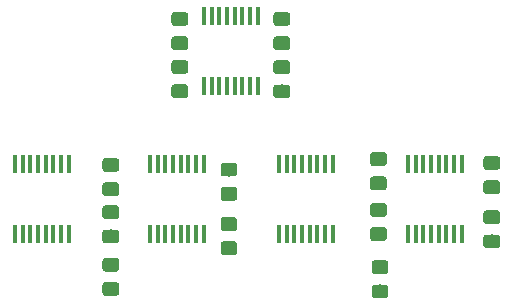
<source format=gbr>
G04 #@! TF.GenerationSoftware,KiCad,Pcbnew,5.0.2-bee76a0~70~ubuntu18.04.1*
G04 #@! TF.CreationDate,2019-02-21T21:15:02-07:00*
G04 #@! TF.ProjectId,adc,6164632e-6b69-4636-9164-5f7063625858,rev?*
G04 #@! TF.SameCoordinates,Original*
G04 #@! TF.FileFunction,Paste,Bot*
G04 #@! TF.FilePolarity,Positive*
%FSLAX46Y46*%
G04 Gerber Fmt 4.6, Leading zero omitted, Abs format (unit mm)*
G04 Created by KiCad (PCBNEW 5.0.2-bee76a0~70~ubuntu18.04.1) date Thu 21 Feb 2019 09:15:02 PM MST*
%MOMM*%
%LPD*%
G01*
G04 APERTURE LIST*
%ADD10C,0.100000*%
%ADD11C,1.150000*%
%ADD12R,0.450000X1.500000*%
G04 APERTURE END LIST*
D10*
G04 #@! TO.C,R1*
G36*
X261332505Y-110406204D02*
X261356773Y-110409804D01*
X261380572Y-110415765D01*
X261403671Y-110424030D01*
X261425850Y-110434520D01*
X261446893Y-110447132D01*
X261466599Y-110461747D01*
X261484777Y-110478223D01*
X261501253Y-110496401D01*
X261515868Y-110516107D01*
X261528480Y-110537150D01*
X261538970Y-110559329D01*
X261547235Y-110582428D01*
X261553196Y-110606227D01*
X261556796Y-110630495D01*
X261558000Y-110654999D01*
X261558000Y-111305001D01*
X261556796Y-111329505D01*
X261553196Y-111353773D01*
X261547235Y-111377572D01*
X261538970Y-111400671D01*
X261528480Y-111422850D01*
X261515868Y-111443893D01*
X261501253Y-111463599D01*
X261484777Y-111481777D01*
X261466599Y-111498253D01*
X261446893Y-111512868D01*
X261425850Y-111525480D01*
X261403671Y-111535970D01*
X261380572Y-111544235D01*
X261356773Y-111550196D01*
X261332505Y-111553796D01*
X261308001Y-111555000D01*
X260407999Y-111555000D01*
X260383495Y-111553796D01*
X260359227Y-111550196D01*
X260335428Y-111544235D01*
X260312329Y-111535970D01*
X260290150Y-111525480D01*
X260269107Y-111512868D01*
X260249401Y-111498253D01*
X260231223Y-111481777D01*
X260214747Y-111463599D01*
X260200132Y-111443893D01*
X260187520Y-111422850D01*
X260177030Y-111400671D01*
X260168765Y-111377572D01*
X260162804Y-111353773D01*
X260159204Y-111329505D01*
X260158000Y-111305001D01*
X260158000Y-110654999D01*
X260159204Y-110630495D01*
X260162804Y-110606227D01*
X260168765Y-110582428D01*
X260177030Y-110559329D01*
X260187520Y-110537150D01*
X260200132Y-110516107D01*
X260214747Y-110496401D01*
X260231223Y-110478223D01*
X260249401Y-110461747D01*
X260269107Y-110447132D01*
X260290150Y-110434520D01*
X260312329Y-110424030D01*
X260335428Y-110415765D01*
X260359227Y-110409804D01*
X260383495Y-110406204D01*
X260407999Y-110405000D01*
X261308001Y-110405000D01*
X261332505Y-110406204D01*
X261332505Y-110406204D01*
G37*
D11*
X260858000Y-110980000D03*
D10*
G36*
X261332505Y-112456204D02*
X261356773Y-112459804D01*
X261380572Y-112465765D01*
X261403671Y-112474030D01*
X261425850Y-112484520D01*
X261446893Y-112497132D01*
X261466599Y-112511747D01*
X261484777Y-112528223D01*
X261501253Y-112546401D01*
X261515868Y-112566107D01*
X261528480Y-112587150D01*
X261538970Y-112609329D01*
X261547235Y-112632428D01*
X261553196Y-112656227D01*
X261556796Y-112680495D01*
X261558000Y-112704999D01*
X261558000Y-113355001D01*
X261556796Y-113379505D01*
X261553196Y-113403773D01*
X261547235Y-113427572D01*
X261538970Y-113450671D01*
X261528480Y-113472850D01*
X261515868Y-113493893D01*
X261501253Y-113513599D01*
X261484777Y-113531777D01*
X261466599Y-113548253D01*
X261446893Y-113562868D01*
X261425850Y-113575480D01*
X261403671Y-113585970D01*
X261380572Y-113594235D01*
X261356773Y-113600196D01*
X261332505Y-113603796D01*
X261308001Y-113605000D01*
X260407999Y-113605000D01*
X260383495Y-113603796D01*
X260359227Y-113600196D01*
X260335428Y-113594235D01*
X260312329Y-113585970D01*
X260290150Y-113575480D01*
X260269107Y-113562868D01*
X260249401Y-113548253D01*
X260231223Y-113531777D01*
X260214747Y-113513599D01*
X260200132Y-113493893D01*
X260187520Y-113472850D01*
X260177030Y-113450671D01*
X260168765Y-113427572D01*
X260162804Y-113403773D01*
X260159204Y-113379505D01*
X260158000Y-113355001D01*
X260158000Y-112704999D01*
X260159204Y-112680495D01*
X260162804Y-112656227D01*
X260168765Y-112632428D01*
X260177030Y-112609329D01*
X260187520Y-112587150D01*
X260200132Y-112566107D01*
X260214747Y-112546401D01*
X260231223Y-112528223D01*
X260249401Y-112511747D01*
X260269107Y-112497132D01*
X260290150Y-112484520D01*
X260312329Y-112474030D01*
X260335428Y-112465765D01*
X260359227Y-112459804D01*
X260383495Y-112456204D01*
X260407999Y-112455000D01*
X261308001Y-112455000D01*
X261332505Y-112456204D01*
X261332505Y-112456204D01*
G37*
D11*
X260858000Y-113030000D03*
G04 #@! TD*
D10*
G04 #@! TO.C,R2*
G36*
X261332505Y-114996204D02*
X261356773Y-114999804D01*
X261380572Y-115005765D01*
X261403671Y-115014030D01*
X261425850Y-115024520D01*
X261446893Y-115037132D01*
X261466599Y-115051747D01*
X261484777Y-115068223D01*
X261501253Y-115086401D01*
X261515868Y-115106107D01*
X261528480Y-115127150D01*
X261538970Y-115149329D01*
X261547235Y-115172428D01*
X261553196Y-115196227D01*
X261556796Y-115220495D01*
X261558000Y-115244999D01*
X261558000Y-115895001D01*
X261556796Y-115919505D01*
X261553196Y-115943773D01*
X261547235Y-115967572D01*
X261538970Y-115990671D01*
X261528480Y-116012850D01*
X261515868Y-116033893D01*
X261501253Y-116053599D01*
X261484777Y-116071777D01*
X261466599Y-116088253D01*
X261446893Y-116102868D01*
X261425850Y-116115480D01*
X261403671Y-116125970D01*
X261380572Y-116134235D01*
X261356773Y-116140196D01*
X261332505Y-116143796D01*
X261308001Y-116145000D01*
X260407999Y-116145000D01*
X260383495Y-116143796D01*
X260359227Y-116140196D01*
X260335428Y-116134235D01*
X260312329Y-116125970D01*
X260290150Y-116115480D01*
X260269107Y-116102868D01*
X260249401Y-116088253D01*
X260231223Y-116071777D01*
X260214747Y-116053599D01*
X260200132Y-116033893D01*
X260187520Y-116012850D01*
X260177030Y-115990671D01*
X260168765Y-115967572D01*
X260162804Y-115943773D01*
X260159204Y-115919505D01*
X260158000Y-115895001D01*
X260158000Y-115244999D01*
X260159204Y-115220495D01*
X260162804Y-115196227D01*
X260168765Y-115172428D01*
X260177030Y-115149329D01*
X260187520Y-115127150D01*
X260200132Y-115106107D01*
X260214747Y-115086401D01*
X260231223Y-115068223D01*
X260249401Y-115051747D01*
X260269107Y-115037132D01*
X260290150Y-115024520D01*
X260312329Y-115014030D01*
X260335428Y-115005765D01*
X260359227Y-114999804D01*
X260383495Y-114996204D01*
X260407999Y-114995000D01*
X261308001Y-114995000D01*
X261332505Y-114996204D01*
X261332505Y-114996204D01*
G37*
D11*
X260858000Y-115570000D03*
D10*
G36*
X261332505Y-117046204D02*
X261356773Y-117049804D01*
X261380572Y-117055765D01*
X261403671Y-117064030D01*
X261425850Y-117074520D01*
X261446893Y-117087132D01*
X261466599Y-117101747D01*
X261484777Y-117118223D01*
X261501253Y-117136401D01*
X261515868Y-117156107D01*
X261528480Y-117177150D01*
X261538970Y-117199329D01*
X261547235Y-117222428D01*
X261553196Y-117246227D01*
X261556796Y-117270495D01*
X261558000Y-117294999D01*
X261558000Y-117945001D01*
X261556796Y-117969505D01*
X261553196Y-117993773D01*
X261547235Y-118017572D01*
X261538970Y-118040671D01*
X261528480Y-118062850D01*
X261515868Y-118083893D01*
X261501253Y-118103599D01*
X261484777Y-118121777D01*
X261466599Y-118138253D01*
X261446893Y-118152868D01*
X261425850Y-118165480D01*
X261403671Y-118175970D01*
X261380572Y-118184235D01*
X261356773Y-118190196D01*
X261332505Y-118193796D01*
X261308001Y-118195000D01*
X260407999Y-118195000D01*
X260383495Y-118193796D01*
X260359227Y-118190196D01*
X260335428Y-118184235D01*
X260312329Y-118175970D01*
X260290150Y-118165480D01*
X260269107Y-118152868D01*
X260249401Y-118138253D01*
X260231223Y-118121777D01*
X260214747Y-118103599D01*
X260200132Y-118083893D01*
X260187520Y-118062850D01*
X260177030Y-118040671D01*
X260168765Y-118017572D01*
X260162804Y-117993773D01*
X260159204Y-117969505D01*
X260158000Y-117945001D01*
X260158000Y-117294999D01*
X260159204Y-117270495D01*
X260162804Y-117246227D01*
X260168765Y-117222428D01*
X260177030Y-117199329D01*
X260187520Y-117177150D01*
X260200132Y-117156107D01*
X260214747Y-117136401D01*
X260231223Y-117118223D01*
X260249401Y-117101747D01*
X260269107Y-117087132D01*
X260290150Y-117074520D01*
X260312329Y-117064030D01*
X260335428Y-117055765D01*
X260359227Y-117049804D01*
X260383495Y-117046204D01*
X260407999Y-117045000D01*
X261308001Y-117045000D01*
X261332505Y-117046204D01*
X261332505Y-117046204D01*
G37*
D11*
X260858000Y-117620000D03*
G04 #@! TD*
D10*
G04 #@! TO.C,R3*
G36*
X251738505Y-112128204D02*
X251762773Y-112131804D01*
X251786572Y-112137765D01*
X251809671Y-112146030D01*
X251831850Y-112156520D01*
X251852893Y-112169132D01*
X251872599Y-112183747D01*
X251890777Y-112200223D01*
X251907253Y-112218401D01*
X251921868Y-112238107D01*
X251934480Y-112259150D01*
X251944970Y-112281329D01*
X251953235Y-112304428D01*
X251959196Y-112328227D01*
X251962796Y-112352495D01*
X251964000Y-112376999D01*
X251964000Y-113027001D01*
X251962796Y-113051505D01*
X251959196Y-113075773D01*
X251953235Y-113099572D01*
X251944970Y-113122671D01*
X251934480Y-113144850D01*
X251921868Y-113165893D01*
X251907253Y-113185599D01*
X251890777Y-113203777D01*
X251872599Y-113220253D01*
X251852893Y-113234868D01*
X251831850Y-113247480D01*
X251809671Y-113257970D01*
X251786572Y-113266235D01*
X251762773Y-113272196D01*
X251738505Y-113275796D01*
X251714001Y-113277000D01*
X250813999Y-113277000D01*
X250789495Y-113275796D01*
X250765227Y-113272196D01*
X250741428Y-113266235D01*
X250718329Y-113257970D01*
X250696150Y-113247480D01*
X250675107Y-113234868D01*
X250655401Y-113220253D01*
X250637223Y-113203777D01*
X250620747Y-113185599D01*
X250606132Y-113165893D01*
X250593520Y-113144850D01*
X250583030Y-113122671D01*
X250574765Y-113099572D01*
X250568804Y-113075773D01*
X250565204Y-113051505D01*
X250564000Y-113027001D01*
X250564000Y-112376999D01*
X250565204Y-112352495D01*
X250568804Y-112328227D01*
X250574765Y-112304428D01*
X250583030Y-112281329D01*
X250593520Y-112259150D01*
X250606132Y-112238107D01*
X250620747Y-112218401D01*
X250637223Y-112200223D01*
X250655401Y-112183747D01*
X250675107Y-112169132D01*
X250696150Y-112156520D01*
X250718329Y-112146030D01*
X250741428Y-112137765D01*
X250765227Y-112131804D01*
X250789495Y-112128204D01*
X250813999Y-112127000D01*
X251714001Y-112127000D01*
X251738505Y-112128204D01*
X251738505Y-112128204D01*
G37*
D11*
X251264000Y-112702000D03*
D10*
G36*
X251738505Y-110078204D02*
X251762773Y-110081804D01*
X251786572Y-110087765D01*
X251809671Y-110096030D01*
X251831850Y-110106520D01*
X251852893Y-110119132D01*
X251872599Y-110133747D01*
X251890777Y-110150223D01*
X251907253Y-110168401D01*
X251921868Y-110188107D01*
X251934480Y-110209150D01*
X251944970Y-110231329D01*
X251953235Y-110254428D01*
X251959196Y-110278227D01*
X251962796Y-110302495D01*
X251964000Y-110326999D01*
X251964000Y-110977001D01*
X251962796Y-111001505D01*
X251959196Y-111025773D01*
X251953235Y-111049572D01*
X251944970Y-111072671D01*
X251934480Y-111094850D01*
X251921868Y-111115893D01*
X251907253Y-111135599D01*
X251890777Y-111153777D01*
X251872599Y-111170253D01*
X251852893Y-111184868D01*
X251831850Y-111197480D01*
X251809671Y-111207970D01*
X251786572Y-111216235D01*
X251762773Y-111222196D01*
X251738505Y-111225796D01*
X251714001Y-111227000D01*
X250813999Y-111227000D01*
X250789495Y-111225796D01*
X250765227Y-111222196D01*
X250741428Y-111216235D01*
X250718329Y-111207970D01*
X250696150Y-111197480D01*
X250675107Y-111184868D01*
X250655401Y-111170253D01*
X250637223Y-111153777D01*
X250620747Y-111135599D01*
X250606132Y-111115893D01*
X250593520Y-111094850D01*
X250583030Y-111072671D01*
X250574765Y-111049572D01*
X250568804Y-111025773D01*
X250565204Y-111001505D01*
X250564000Y-110977001D01*
X250564000Y-110326999D01*
X250565204Y-110302495D01*
X250568804Y-110278227D01*
X250574765Y-110254428D01*
X250583030Y-110231329D01*
X250593520Y-110209150D01*
X250606132Y-110188107D01*
X250620747Y-110168401D01*
X250637223Y-110150223D01*
X250655401Y-110133747D01*
X250675107Y-110119132D01*
X250696150Y-110106520D01*
X250718329Y-110096030D01*
X250741428Y-110087765D01*
X250765227Y-110081804D01*
X250789495Y-110078204D01*
X250813999Y-110077000D01*
X251714001Y-110077000D01*
X251738505Y-110078204D01*
X251738505Y-110078204D01*
G37*
D11*
X251264000Y-110652000D03*
G04 #@! TD*
D10*
G04 #@! TO.C,R4*
G36*
X251738505Y-116428204D02*
X251762773Y-116431804D01*
X251786572Y-116437765D01*
X251809671Y-116446030D01*
X251831850Y-116456520D01*
X251852893Y-116469132D01*
X251872599Y-116483747D01*
X251890777Y-116500223D01*
X251907253Y-116518401D01*
X251921868Y-116538107D01*
X251934480Y-116559150D01*
X251944970Y-116581329D01*
X251953235Y-116604428D01*
X251959196Y-116628227D01*
X251962796Y-116652495D01*
X251964000Y-116676999D01*
X251964000Y-117327001D01*
X251962796Y-117351505D01*
X251959196Y-117375773D01*
X251953235Y-117399572D01*
X251944970Y-117422671D01*
X251934480Y-117444850D01*
X251921868Y-117465893D01*
X251907253Y-117485599D01*
X251890777Y-117503777D01*
X251872599Y-117520253D01*
X251852893Y-117534868D01*
X251831850Y-117547480D01*
X251809671Y-117557970D01*
X251786572Y-117566235D01*
X251762773Y-117572196D01*
X251738505Y-117575796D01*
X251714001Y-117577000D01*
X250813999Y-117577000D01*
X250789495Y-117575796D01*
X250765227Y-117572196D01*
X250741428Y-117566235D01*
X250718329Y-117557970D01*
X250696150Y-117547480D01*
X250675107Y-117534868D01*
X250655401Y-117520253D01*
X250637223Y-117503777D01*
X250620747Y-117485599D01*
X250606132Y-117465893D01*
X250593520Y-117444850D01*
X250583030Y-117422671D01*
X250574765Y-117399572D01*
X250568804Y-117375773D01*
X250565204Y-117351505D01*
X250564000Y-117327001D01*
X250564000Y-116676999D01*
X250565204Y-116652495D01*
X250568804Y-116628227D01*
X250574765Y-116604428D01*
X250583030Y-116581329D01*
X250593520Y-116559150D01*
X250606132Y-116538107D01*
X250620747Y-116518401D01*
X250637223Y-116500223D01*
X250655401Y-116483747D01*
X250675107Y-116469132D01*
X250696150Y-116456520D01*
X250718329Y-116446030D01*
X250741428Y-116437765D01*
X250765227Y-116431804D01*
X250789495Y-116428204D01*
X250813999Y-116427000D01*
X251714001Y-116427000D01*
X251738505Y-116428204D01*
X251738505Y-116428204D01*
G37*
D11*
X251264000Y-117002000D03*
D10*
G36*
X251738505Y-114378204D02*
X251762773Y-114381804D01*
X251786572Y-114387765D01*
X251809671Y-114396030D01*
X251831850Y-114406520D01*
X251852893Y-114419132D01*
X251872599Y-114433747D01*
X251890777Y-114450223D01*
X251907253Y-114468401D01*
X251921868Y-114488107D01*
X251934480Y-114509150D01*
X251944970Y-114531329D01*
X251953235Y-114554428D01*
X251959196Y-114578227D01*
X251962796Y-114602495D01*
X251964000Y-114626999D01*
X251964000Y-115277001D01*
X251962796Y-115301505D01*
X251959196Y-115325773D01*
X251953235Y-115349572D01*
X251944970Y-115372671D01*
X251934480Y-115394850D01*
X251921868Y-115415893D01*
X251907253Y-115435599D01*
X251890777Y-115453777D01*
X251872599Y-115470253D01*
X251852893Y-115484868D01*
X251831850Y-115497480D01*
X251809671Y-115507970D01*
X251786572Y-115516235D01*
X251762773Y-115522196D01*
X251738505Y-115525796D01*
X251714001Y-115527000D01*
X250813999Y-115527000D01*
X250789495Y-115525796D01*
X250765227Y-115522196D01*
X250741428Y-115516235D01*
X250718329Y-115507970D01*
X250696150Y-115497480D01*
X250675107Y-115484868D01*
X250655401Y-115470253D01*
X250637223Y-115453777D01*
X250620747Y-115435599D01*
X250606132Y-115415893D01*
X250593520Y-115394850D01*
X250583030Y-115372671D01*
X250574765Y-115349572D01*
X250568804Y-115325773D01*
X250565204Y-115301505D01*
X250564000Y-115277001D01*
X250564000Y-114626999D01*
X250565204Y-114602495D01*
X250568804Y-114578227D01*
X250574765Y-114554428D01*
X250583030Y-114531329D01*
X250593520Y-114509150D01*
X250606132Y-114488107D01*
X250620747Y-114468401D01*
X250637223Y-114450223D01*
X250655401Y-114433747D01*
X250675107Y-114419132D01*
X250696150Y-114406520D01*
X250718329Y-114396030D01*
X250741428Y-114387765D01*
X250765227Y-114381804D01*
X250789495Y-114378204D01*
X250813999Y-114377000D01*
X251714001Y-114377000D01*
X251738505Y-114378204D01*
X251738505Y-114378204D01*
G37*
D11*
X251264000Y-114952000D03*
G04 #@! TD*
D10*
G04 #@! TO.C,R5*
G36*
X251874505Y-121276204D02*
X251898773Y-121279804D01*
X251922572Y-121285765D01*
X251945671Y-121294030D01*
X251967850Y-121304520D01*
X251988893Y-121317132D01*
X252008599Y-121331747D01*
X252026777Y-121348223D01*
X252043253Y-121366401D01*
X252057868Y-121386107D01*
X252070480Y-121407150D01*
X252080970Y-121429329D01*
X252089235Y-121452428D01*
X252095196Y-121476227D01*
X252098796Y-121500495D01*
X252100000Y-121524999D01*
X252100000Y-122175001D01*
X252098796Y-122199505D01*
X252095196Y-122223773D01*
X252089235Y-122247572D01*
X252080970Y-122270671D01*
X252070480Y-122292850D01*
X252057868Y-122313893D01*
X252043253Y-122333599D01*
X252026777Y-122351777D01*
X252008599Y-122368253D01*
X251988893Y-122382868D01*
X251967850Y-122395480D01*
X251945671Y-122405970D01*
X251922572Y-122414235D01*
X251898773Y-122420196D01*
X251874505Y-122423796D01*
X251850001Y-122425000D01*
X250949999Y-122425000D01*
X250925495Y-122423796D01*
X250901227Y-122420196D01*
X250877428Y-122414235D01*
X250854329Y-122405970D01*
X250832150Y-122395480D01*
X250811107Y-122382868D01*
X250791401Y-122368253D01*
X250773223Y-122351777D01*
X250756747Y-122333599D01*
X250742132Y-122313893D01*
X250729520Y-122292850D01*
X250719030Y-122270671D01*
X250710765Y-122247572D01*
X250704804Y-122223773D01*
X250701204Y-122199505D01*
X250700000Y-122175001D01*
X250700000Y-121524999D01*
X250701204Y-121500495D01*
X250704804Y-121476227D01*
X250710765Y-121452428D01*
X250719030Y-121429329D01*
X250729520Y-121407150D01*
X250742132Y-121386107D01*
X250756747Y-121366401D01*
X250773223Y-121348223D01*
X250791401Y-121331747D01*
X250811107Y-121317132D01*
X250832150Y-121304520D01*
X250854329Y-121294030D01*
X250877428Y-121285765D01*
X250901227Y-121279804D01*
X250925495Y-121276204D01*
X250949999Y-121275000D01*
X251850001Y-121275000D01*
X251874505Y-121276204D01*
X251874505Y-121276204D01*
G37*
D11*
X251400000Y-121850000D03*
D10*
G36*
X251874505Y-119226204D02*
X251898773Y-119229804D01*
X251922572Y-119235765D01*
X251945671Y-119244030D01*
X251967850Y-119254520D01*
X251988893Y-119267132D01*
X252008599Y-119281747D01*
X252026777Y-119298223D01*
X252043253Y-119316401D01*
X252057868Y-119336107D01*
X252070480Y-119357150D01*
X252080970Y-119379329D01*
X252089235Y-119402428D01*
X252095196Y-119426227D01*
X252098796Y-119450495D01*
X252100000Y-119474999D01*
X252100000Y-120125001D01*
X252098796Y-120149505D01*
X252095196Y-120173773D01*
X252089235Y-120197572D01*
X252080970Y-120220671D01*
X252070480Y-120242850D01*
X252057868Y-120263893D01*
X252043253Y-120283599D01*
X252026777Y-120301777D01*
X252008599Y-120318253D01*
X251988893Y-120332868D01*
X251967850Y-120345480D01*
X251945671Y-120355970D01*
X251922572Y-120364235D01*
X251898773Y-120370196D01*
X251874505Y-120373796D01*
X251850001Y-120375000D01*
X250949999Y-120375000D01*
X250925495Y-120373796D01*
X250901227Y-120370196D01*
X250877428Y-120364235D01*
X250854329Y-120355970D01*
X250832150Y-120345480D01*
X250811107Y-120332868D01*
X250791401Y-120318253D01*
X250773223Y-120301777D01*
X250756747Y-120283599D01*
X250742132Y-120263893D01*
X250729520Y-120242850D01*
X250719030Y-120220671D01*
X250710765Y-120197572D01*
X250704804Y-120173773D01*
X250701204Y-120149505D01*
X250700000Y-120125001D01*
X250700000Y-119474999D01*
X250701204Y-119450495D01*
X250704804Y-119426227D01*
X250710765Y-119402428D01*
X250719030Y-119379329D01*
X250729520Y-119357150D01*
X250742132Y-119336107D01*
X250756747Y-119316401D01*
X250773223Y-119298223D01*
X250791401Y-119281747D01*
X250811107Y-119267132D01*
X250832150Y-119254520D01*
X250854329Y-119244030D01*
X250877428Y-119235765D01*
X250901227Y-119229804D01*
X250925495Y-119226204D01*
X250949999Y-119225000D01*
X251850001Y-119225000D01*
X251874505Y-119226204D01*
X251874505Y-119226204D01*
G37*
D11*
X251400000Y-119800000D03*
G04 #@! TD*
D10*
G04 #@! TO.C,R6*
G36*
X239074505Y-117626204D02*
X239098773Y-117629804D01*
X239122572Y-117635765D01*
X239145671Y-117644030D01*
X239167850Y-117654520D01*
X239188893Y-117667132D01*
X239208599Y-117681747D01*
X239226777Y-117698223D01*
X239243253Y-117716401D01*
X239257868Y-117736107D01*
X239270480Y-117757150D01*
X239280970Y-117779329D01*
X239289235Y-117802428D01*
X239295196Y-117826227D01*
X239298796Y-117850495D01*
X239300000Y-117874999D01*
X239300000Y-118525001D01*
X239298796Y-118549505D01*
X239295196Y-118573773D01*
X239289235Y-118597572D01*
X239280970Y-118620671D01*
X239270480Y-118642850D01*
X239257868Y-118663893D01*
X239243253Y-118683599D01*
X239226777Y-118701777D01*
X239208599Y-118718253D01*
X239188893Y-118732868D01*
X239167850Y-118745480D01*
X239145671Y-118755970D01*
X239122572Y-118764235D01*
X239098773Y-118770196D01*
X239074505Y-118773796D01*
X239050001Y-118775000D01*
X238149999Y-118775000D01*
X238125495Y-118773796D01*
X238101227Y-118770196D01*
X238077428Y-118764235D01*
X238054329Y-118755970D01*
X238032150Y-118745480D01*
X238011107Y-118732868D01*
X237991401Y-118718253D01*
X237973223Y-118701777D01*
X237956747Y-118683599D01*
X237942132Y-118663893D01*
X237929520Y-118642850D01*
X237919030Y-118620671D01*
X237910765Y-118597572D01*
X237904804Y-118573773D01*
X237901204Y-118549505D01*
X237900000Y-118525001D01*
X237900000Y-117874999D01*
X237901204Y-117850495D01*
X237904804Y-117826227D01*
X237910765Y-117802428D01*
X237919030Y-117779329D01*
X237929520Y-117757150D01*
X237942132Y-117736107D01*
X237956747Y-117716401D01*
X237973223Y-117698223D01*
X237991401Y-117681747D01*
X238011107Y-117667132D01*
X238032150Y-117654520D01*
X238054329Y-117644030D01*
X238077428Y-117635765D01*
X238101227Y-117629804D01*
X238125495Y-117626204D01*
X238149999Y-117625000D01*
X239050001Y-117625000D01*
X239074505Y-117626204D01*
X239074505Y-117626204D01*
G37*
D11*
X238600000Y-118200000D03*
D10*
G36*
X239074505Y-115576204D02*
X239098773Y-115579804D01*
X239122572Y-115585765D01*
X239145671Y-115594030D01*
X239167850Y-115604520D01*
X239188893Y-115617132D01*
X239208599Y-115631747D01*
X239226777Y-115648223D01*
X239243253Y-115666401D01*
X239257868Y-115686107D01*
X239270480Y-115707150D01*
X239280970Y-115729329D01*
X239289235Y-115752428D01*
X239295196Y-115776227D01*
X239298796Y-115800495D01*
X239300000Y-115824999D01*
X239300000Y-116475001D01*
X239298796Y-116499505D01*
X239295196Y-116523773D01*
X239289235Y-116547572D01*
X239280970Y-116570671D01*
X239270480Y-116592850D01*
X239257868Y-116613893D01*
X239243253Y-116633599D01*
X239226777Y-116651777D01*
X239208599Y-116668253D01*
X239188893Y-116682868D01*
X239167850Y-116695480D01*
X239145671Y-116705970D01*
X239122572Y-116714235D01*
X239098773Y-116720196D01*
X239074505Y-116723796D01*
X239050001Y-116725000D01*
X238149999Y-116725000D01*
X238125495Y-116723796D01*
X238101227Y-116720196D01*
X238077428Y-116714235D01*
X238054329Y-116705970D01*
X238032150Y-116695480D01*
X238011107Y-116682868D01*
X237991401Y-116668253D01*
X237973223Y-116651777D01*
X237956747Y-116633599D01*
X237942132Y-116613893D01*
X237929520Y-116592850D01*
X237919030Y-116570671D01*
X237910765Y-116547572D01*
X237904804Y-116523773D01*
X237901204Y-116499505D01*
X237900000Y-116475001D01*
X237900000Y-115824999D01*
X237901204Y-115800495D01*
X237904804Y-115776227D01*
X237910765Y-115752428D01*
X237919030Y-115729329D01*
X237929520Y-115707150D01*
X237942132Y-115686107D01*
X237956747Y-115666401D01*
X237973223Y-115648223D01*
X237991401Y-115631747D01*
X238011107Y-115617132D01*
X238032150Y-115604520D01*
X238054329Y-115594030D01*
X238077428Y-115585765D01*
X238101227Y-115579804D01*
X238125495Y-115576204D01*
X238149999Y-115575000D01*
X239050001Y-115575000D01*
X239074505Y-115576204D01*
X239074505Y-115576204D01*
G37*
D11*
X238600000Y-116150000D03*
G04 #@! TD*
D10*
G04 #@! TO.C,R7*
G36*
X239074505Y-113026204D02*
X239098773Y-113029804D01*
X239122572Y-113035765D01*
X239145671Y-113044030D01*
X239167850Y-113054520D01*
X239188893Y-113067132D01*
X239208599Y-113081747D01*
X239226777Y-113098223D01*
X239243253Y-113116401D01*
X239257868Y-113136107D01*
X239270480Y-113157150D01*
X239280970Y-113179329D01*
X239289235Y-113202428D01*
X239295196Y-113226227D01*
X239298796Y-113250495D01*
X239300000Y-113274999D01*
X239300000Y-113925001D01*
X239298796Y-113949505D01*
X239295196Y-113973773D01*
X239289235Y-113997572D01*
X239280970Y-114020671D01*
X239270480Y-114042850D01*
X239257868Y-114063893D01*
X239243253Y-114083599D01*
X239226777Y-114101777D01*
X239208599Y-114118253D01*
X239188893Y-114132868D01*
X239167850Y-114145480D01*
X239145671Y-114155970D01*
X239122572Y-114164235D01*
X239098773Y-114170196D01*
X239074505Y-114173796D01*
X239050001Y-114175000D01*
X238149999Y-114175000D01*
X238125495Y-114173796D01*
X238101227Y-114170196D01*
X238077428Y-114164235D01*
X238054329Y-114155970D01*
X238032150Y-114145480D01*
X238011107Y-114132868D01*
X237991401Y-114118253D01*
X237973223Y-114101777D01*
X237956747Y-114083599D01*
X237942132Y-114063893D01*
X237929520Y-114042850D01*
X237919030Y-114020671D01*
X237910765Y-113997572D01*
X237904804Y-113973773D01*
X237901204Y-113949505D01*
X237900000Y-113925001D01*
X237900000Y-113274999D01*
X237901204Y-113250495D01*
X237904804Y-113226227D01*
X237910765Y-113202428D01*
X237919030Y-113179329D01*
X237929520Y-113157150D01*
X237942132Y-113136107D01*
X237956747Y-113116401D01*
X237973223Y-113098223D01*
X237991401Y-113081747D01*
X238011107Y-113067132D01*
X238032150Y-113054520D01*
X238054329Y-113044030D01*
X238077428Y-113035765D01*
X238101227Y-113029804D01*
X238125495Y-113026204D01*
X238149999Y-113025000D01*
X239050001Y-113025000D01*
X239074505Y-113026204D01*
X239074505Y-113026204D01*
G37*
D11*
X238600000Y-113600000D03*
D10*
G36*
X239074505Y-110976204D02*
X239098773Y-110979804D01*
X239122572Y-110985765D01*
X239145671Y-110994030D01*
X239167850Y-111004520D01*
X239188893Y-111017132D01*
X239208599Y-111031747D01*
X239226777Y-111048223D01*
X239243253Y-111066401D01*
X239257868Y-111086107D01*
X239270480Y-111107150D01*
X239280970Y-111129329D01*
X239289235Y-111152428D01*
X239295196Y-111176227D01*
X239298796Y-111200495D01*
X239300000Y-111224999D01*
X239300000Y-111875001D01*
X239298796Y-111899505D01*
X239295196Y-111923773D01*
X239289235Y-111947572D01*
X239280970Y-111970671D01*
X239270480Y-111992850D01*
X239257868Y-112013893D01*
X239243253Y-112033599D01*
X239226777Y-112051777D01*
X239208599Y-112068253D01*
X239188893Y-112082868D01*
X239167850Y-112095480D01*
X239145671Y-112105970D01*
X239122572Y-112114235D01*
X239098773Y-112120196D01*
X239074505Y-112123796D01*
X239050001Y-112125000D01*
X238149999Y-112125000D01*
X238125495Y-112123796D01*
X238101227Y-112120196D01*
X238077428Y-112114235D01*
X238054329Y-112105970D01*
X238032150Y-112095480D01*
X238011107Y-112082868D01*
X237991401Y-112068253D01*
X237973223Y-112051777D01*
X237956747Y-112033599D01*
X237942132Y-112013893D01*
X237929520Y-111992850D01*
X237919030Y-111970671D01*
X237910765Y-111947572D01*
X237904804Y-111923773D01*
X237901204Y-111899505D01*
X237900000Y-111875001D01*
X237900000Y-111224999D01*
X237901204Y-111200495D01*
X237904804Y-111176227D01*
X237910765Y-111152428D01*
X237919030Y-111129329D01*
X237929520Y-111107150D01*
X237942132Y-111086107D01*
X237956747Y-111066401D01*
X237973223Y-111048223D01*
X237991401Y-111031747D01*
X238011107Y-111017132D01*
X238032150Y-111004520D01*
X238054329Y-110994030D01*
X238077428Y-110985765D01*
X238101227Y-110979804D01*
X238125495Y-110976204D01*
X238149999Y-110975000D01*
X239050001Y-110975000D01*
X239074505Y-110976204D01*
X239074505Y-110976204D01*
G37*
D11*
X238600000Y-111550000D03*
G04 #@! TD*
D10*
G04 #@! TO.C,R8*
G36*
X229074505Y-112626204D02*
X229098773Y-112629804D01*
X229122572Y-112635765D01*
X229145671Y-112644030D01*
X229167850Y-112654520D01*
X229188893Y-112667132D01*
X229208599Y-112681747D01*
X229226777Y-112698223D01*
X229243253Y-112716401D01*
X229257868Y-112736107D01*
X229270480Y-112757150D01*
X229280970Y-112779329D01*
X229289235Y-112802428D01*
X229295196Y-112826227D01*
X229298796Y-112850495D01*
X229300000Y-112874999D01*
X229300000Y-113525001D01*
X229298796Y-113549505D01*
X229295196Y-113573773D01*
X229289235Y-113597572D01*
X229280970Y-113620671D01*
X229270480Y-113642850D01*
X229257868Y-113663893D01*
X229243253Y-113683599D01*
X229226777Y-113701777D01*
X229208599Y-113718253D01*
X229188893Y-113732868D01*
X229167850Y-113745480D01*
X229145671Y-113755970D01*
X229122572Y-113764235D01*
X229098773Y-113770196D01*
X229074505Y-113773796D01*
X229050001Y-113775000D01*
X228149999Y-113775000D01*
X228125495Y-113773796D01*
X228101227Y-113770196D01*
X228077428Y-113764235D01*
X228054329Y-113755970D01*
X228032150Y-113745480D01*
X228011107Y-113732868D01*
X227991401Y-113718253D01*
X227973223Y-113701777D01*
X227956747Y-113683599D01*
X227942132Y-113663893D01*
X227929520Y-113642850D01*
X227919030Y-113620671D01*
X227910765Y-113597572D01*
X227904804Y-113573773D01*
X227901204Y-113549505D01*
X227900000Y-113525001D01*
X227900000Y-112874999D01*
X227901204Y-112850495D01*
X227904804Y-112826227D01*
X227910765Y-112802428D01*
X227919030Y-112779329D01*
X227929520Y-112757150D01*
X227942132Y-112736107D01*
X227956747Y-112716401D01*
X227973223Y-112698223D01*
X227991401Y-112681747D01*
X228011107Y-112667132D01*
X228032150Y-112654520D01*
X228054329Y-112644030D01*
X228077428Y-112635765D01*
X228101227Y-112629804D01*
X228125495Y-112626204D01*
X228149999Y-112625000D01*
X229050001Y-112625000D01*
X229074505Y-112626204D01*
X229074505Y-112626204D01*
G37*
D11*
X228600000Y-113200000D03*
D10*
G36*
X229074505Y-110576204D02*
X229098773Y-110579804D01*
X229122572Y-110585765D01*
X229145671Y-110594030D01*
X229167850Y-110604520D01*
X229188893Y-110617132D01*
X229208599Y-110631747D01*
X229226777Y-110648223D01*
X229243253Y-110666401D01*
X229257868Y-110686107D01*
X229270480Y-110707150D01*
X229280970Y-110729329D01*
X229289235Y-110752428D01*
X229295196Y-110776227D01*
X229298796Y-110800495D01*
X229300000Y-110824999D01*
X229300000Y-111475001D01*
X229298796Y-111499505D01*
X229295196Y-111523773D01*
X229289235Y-111547572D01*
X229280970Y-111570671D01*
X229270480Y-111592850D01*
X229257868Y-111613893D01*
X229243253Y-111633599D01*
X229226777Y-111651777D01*
X229208599Y-111668253D01*
X229188893Y-111682868D01*
X229167850Y-111695480D01*
X229145671Y-111705970D01*
X229122572Y-111714235D01*
X229098773Y-111720196D01*
X229074505Y-111723796D01*
X229050001Y-111725000D01*
X228149999Y-111725000D01*
X228125495Y-111723796D01*
X228101227Y-111720196D01*
X228077428Y-111714235D01*
X228054329Y-111705970D01*
X228032150Y-111695480D01*
X228011107Y-111682868D01*
X227991401Y-111668253D01*
X227973223Y-111651777D01*
X227956747Y-111633599D01*
X227942132Y-111613893D01*
X227929520Y-111592850D01*
X227919030Y-111570671D01*
X227910765Y-111547572D01*
X227904804Y-111523773D01*
X227901204Y-111499505D01*
X227900000Y-111475001D01*
X227900000Y-110824999D01*
X227901204Y-110800495D01*
X227904804Y-110776227D01*
X227910765Y-110752428D01*
X227919030Y-110729329D01*
X227929520Y-110707150D01*
X227942132Y-110686107D01*
X227956747Y-110666401D01*
X227973223Y-110648223D01*
X227991401Y-110631747D01*
X228011107Y-110617132D01*
X228032150Y-110604520D01*
X228054329Y-110594030D01*
X228077428Y-110585765D01*
X228101227Y-110579804D01*
X228125495Y-110576204D01*
X228149999Y-110575000D01*
X229050001Y-110575000D01*
X229074505Y-110576204D01*
X229074505Y-110576204D01*
G37*
D11*
X228600000Y-111150000D03*
G04 #@! TD*
D10*
G04 #@! TO.C,R9*
G36*
X229074505Y-119026204D02*
X229098773Y-119029804D01*
X229122572Y-119035765D01*
X229145671Y-119044030D01*
X229167850Y-119054520D01*
X229188893Y-119067132D01*
X229208599Y-119081747D01*
X229226777Y-119098223D01*
X229243253Y-119116401D01*
X229257868Y-119136107D01*
X229270480Y-119157150D01*
X229280970Y-119179329D01*
X229289235Y-119202428D01*
X229295196Y-119226227D01*
X229298796Y-119250495D01*
X229300000Y-119274999D01*
X229300000Y-119925001D01*
X229298796Y-119949505D01*
X229295196Y-119973773D01*
X229289235Y-119997572D01*
X229280970Y-120020671D01*
X229270480Y-120042850D01*
X229257868Y-120063893D01*
X229243253Y-120083599D01*
X229226777Y-120101777D01*
X229208599Y-120118253D01*
X229188893Y-120132868D01*
X229167850Y-120145480D01*
X229145671Y-120155970D01*
X229122572Y-120164235D01*
X229098773Y-120170196D01*
X229074505Y-120173796D01*
X229050001Y-120175000D01*
X228149999Y-120175000D01*
X228125495Y-120173796D01*
X228101227Y-120170196D01*
X228077428Y-120164235D01*
X228054329Y-120155970D01*
X228032150Y-120145480D01*
X228011107Y-120132868D01*
X227991401Y-120118253D01*
X227973223Y-120101777D01*
X227956747Y-120083599D01*
X227942132Y-120063893D01*
X227929520Y-120042850D01*
X227919030Y-120020671D01*
X227910765Y-119997572D01*
X227904804Y-119973773D01*
X227901204Y-119949505D01*
X227900000Y-119925001D01*
X227900000Y-119274999D01*
X227901204Y-119250495D01*
X227904804Y-119226227D01*
X227910765Y-119202428D01*
X227919030Y-119179329D01*
X227929520Y-119157150D01*
X227942132Y-119136107D01*
X227956747Y-119116401D01*
X227973223Y-119098223D01*
X227991401Y-119081747D01*
X228011107Y-119067132D01*
X228032150Y-119054520D01*
X228054329Y-119044030D01*
X228077428Y-119035765D01*
X228101227Y-119029804D01*
X228125495Y-119026204D01*
X228149999Y-119025000D01*
X229050001Y-119025000D01*
X229074505Y-119026204D01*
X229074505Y-119026204D01*
G37*
D11*
X228600000Y-119600000D03*
D10*
G36*
X229074505Y-121076204D02*
X229098773Y-121079804D01*
X229122572Y-121085765D01*
X229145671Y-121094030D01*
X229167850Y-121104520D01*
X229188893Y-121117132D01*
X229208599Y-121131747D01*
X229226777Y-121148223D01*
X229243253Y-121166401D01*
X229257868Y-121186107D01*
X229270480Y-121207150D01*
X229280970Y-121229329D01*
X229289235Y-121252428D01*
X229295196Y-121276227D01*
X229298796Y-121300495D01*
X229300000Y-121324999D01*
X229300000Y-121975001D01*
X229298796Y-121999505D01*
X229295196Y-122023773D01*
X229289235Y-122047572D01*
X229280970Y-122070671D01*
X229270480Y-122092850D01*
X229257868Y-122113893D01*
X229243253Y-122133599D01*
X229226777Y-122151777D01*
X229208599Y-122168253D01*
X229188893Y-122182868D01*
X229167850Y-122195480D01*
X229145671Y-122205970D01*
X229122572Y-122214235D01*
X229098773Y-122220196D01*
X229074505Y-122223796D01*
X229050001Y-122225000D01*
X228149999Y-122225000D01*
X228125495Y-122223796D01*
X228101227Y-122220196D01*
X228077428Y-122214235D01*
X228054329Y-122205970D01*
X228032150Y-122195480D01*
X228011107Y-122182868D01*
X227991401Y-122168253D01*
X227973223Y-122151777D01*
X227956747Y-122133599D01*
X227942132Y-122113893D01*
X227929520Y-122092850D01*
X227919030Y-122070671D01*
X227910765Y-122047572D01*
X227904804Y-122023773D01*
X227901204Y-121999505D01*
X227900000Y-121975001D01*
X227900000Y-121324999D01*
X227901204Y-121300495D01*
X227904804Y-121276227D01*
X227910765Y-121252428D01*
X227919030Y-121229329D01*
X227929520Y-121207150D01*
X227942132Y-121186107D01*
X227956747Y-121166401D01*
X227973223Y-121148223D01*
X227991401Y-121131747D01*
X228011107Y-121117132D01*
X228032150Y-121104520D01*
X228054329Y-121094030D01*
X228077428Y-121085765D01*
X228101227Y-121079804D01*
X228125495Y-121076204D01*
X228149999Y-121075000D01*
X229050001Y-121075000D01*
X229074505Y-121076204D01*
X229074505Y-121076204D01*
G37*
D11*
X228600000Y-121650000D03*
G04 #@! TD*
D10*
G04 #@! TO.C,R10*
G36*
X229074505Y-116626204D02*
X229098773Y-116629804D01*
X229122572Y-116635765D01*
X229145671Y-116644030D01*
X229167850Y-116654520D01*
X229188893Y-116667132D01*
X229208599Y-116681747D01*
X229226777Y-116698223D01*
X229243253Y-116716401D01*
X229257868Y-116736107D01*
X229270480Y-116757150D01*
X229280970Y-116779329D01*
X229289235Y-116802428D01*
X229295196Y-116826227D01*
X229298796Y-116850495D01*
X229300000Y-116874999D01*
X229300000Y-117525001D01*
X229298796Y-117549505D01*
X229295196Y-117573773D01*
X229289235Y-117597572D01*
X229280970Y-117620671D01*
X229270480Y-117642850D01*
X229257868Y-117663893D01*
X229243253Y-117683599D01*
X229226777Y-117701777D01*
X229208599Y-117718253D01*
X229188893Y-117732868D01*
X229167850Y-117745480D01*
X229145671Y-117755970D01*
X229122572Y-117764235D01*
X229098773Y-117770196D01*
X229074505Y-117773796D01*
X229050001Y-117775000D01*
X228149999Y-117775000D01*
X228125495Y-117773796D01*
X228101227Y-117770196D01*
X228077428Y-117764235D01*
X228054329Y-117755970D01*
X228032150Y-117745480D01*
X228011107Y-117732868D01*
X227991401Y-117718253D01*
X227973223Y-117701777D01*
X227956747Y-117683599D01*
X227942132Y-117663893D01*
X227929520Y-117642850D01*
X227919030Y-117620671D01*
X227910765Y-117597572D01*
X227904804Y-117573773D01*
X227901204Y-117549505D01*
X227900000Y-117525001D01*
X227900000Y-116874999D01*
X227901204Y-116850495D01*
X227904804Y-116826227D01*
X227910765Y-116802428D01*
X227919030Y-116779329D01*
X227929520Y-116757150D01*
X227942132Y-116736107D01*
X227956747Y-116716401D01*
X227973223Y-116698223D01*
X227991401Y-116681747D01*
X228011107Y-116667132D01*
X228032150Y-116654520D01*
X228054329Y-116644030D01*
X228077428Y-116635765D01*
X228101227Y-116629804D01*
X228125495Y-116626204D01*
X228149999Y-116625000D01*
X229050001Y-116625000D01*
X229074505Y-116626204D01*
X229074505Y-116626204D01*
G37*
D11*
X228600000Y-117200000D03*
D10*
G36*
X229074505Y-114576204D02*
X229098773Y-114579804D01*
X229122572Y-114585765D01*
X229145671Y-114594030D01*
X229167850Y-114604520D01*
X229188893Y-114617132D01*
X229208599Y-114631747D01*
X229226777Y-114648223D01*
X229243253Y-114666401D01*
X229257868Y-114686107D01*
X229270480Y-114707150D01*
X229280970Y-114729329D01*
X229289235Y-114752428D01*
X229295196Y-114776227D01*
X229298796Y-114800495D01*
X229300000Y-114824999D01*
X229300000Y-115475001D01*
X229298796Y-115499505D01*
X229295196Y-115523773D01*
X229289235Y-115547572D01*
X229280970Y-115570671D01*
X229270480Y-115592850D01*
X229257868Y-115613893D01*
X229243253Y-115633599D01*
X229226777Y-115651777D01*
X229208599Y-115668253D01*
X229188893Y-115682868D01*
X229167850Y-115695480D01*
X229145671Y-115705970D01*
X229122572Y-115714235D01*
X229098773Y-115720196D01*
X229074505Y-115723796D01*
X229050001Y-115725000D01*
X228149999Y-115725000D01*
X228125495Y-115723796D01*
X228101227Y-115720196D01*
X228077428Y-115714235D01*
X228054329Y-115705970D01*
X228032150Y-115695480D01*
X228011107Y-115682868D01*
X227991401Y-115668253D01*
X227973223Y-115651777D01*
X227956747Y-115633599D01*
X227942132Y-115613893D01*
X227929520Y-115592850D01*
X227919030Y-115570671D01*
X227910765Y-115547572D01*
X227904804Y-115523773D01*
X227901204Y-115499505D01*
X227900000Y-115475001D01*
X227900000Y-114824999D01*
X227901204Y-114800495D01*
X227904804Y-114776227D01*
X227910765Y-114752428D01*
X227919030Y-114729329D01*
X227929520Y-114707150D01*
X227942132Y-114686107D01*
X227956747Y-114666401D01*
X227973223Y-114648223D01*
X227991401Y-114631747D01*
X228011107Y-114617132D01*
X228032150Y-114604520D01*
X228054329Y-114594030D01*
X228077428Y-114585765D01*
X228101227Y-114579804D01*
X228125495Y-114576204D01*
X228149999Y-114575000D01*
X229050001Y-114575000D01*
X229074505Y-114576204D01*
X229074505Y-114576204D01*
G37*
D11*
X228600000Y-115150000D03*
G04 #@! TD*
D10*
G04 #@! TO.C,R11*
G36*
X234916505Y-98214204D02*
X234940773Y-98217804D01*
X234964572Y-98223765D01*
X234987671Y-98232030D01*
X235009850Y-98242520D01*
X235030893Y-98255132D01*
X235050599Y-98269747D01*
X235068777Y-98286223D01*
X235085253Y-98304401D01*
X235099868Y-98324107D01*
X235112480Y-98345150D01*
X235122970Y-98367329D01*
X235131235Y-98390428D01*
X235137196Y-98414227D01*
X235140796Y-98438495D01*
X235142000Y-98462999D01*
X235142000Y-99113001D01*
X235140796Y-99137505D01*
X235137196Y-99161773D01*
X235131235Y-99185572D01*
X235122970Y-99208671D01*
X235112480Y-99230850D01*
X235099868Y-99251893D01*
X235085253Y-99271599D01*
X235068777Y-99289777D01*
X235050599Y-99306253D01*
X235030893Y-99320868D01*
X235009850Y-99333480D01*
X234987671Y-99343970D01*
X234964572Y-99352235D01*
X234940773Y-99358196D01*
X234916505Y-99361796D01*
X234892001Y-99363000D01*
X233991999Y-99363000D01*
X233967495Y-99361796D01*
X233943227Y-99358196D01*
X233919428Y-99352235D01*
X233896329Y-99343970D01*
X233874150Y-99333480D01*
X233853107Y-99320868D01*
X233833401Y-99306253D01*
X233815223Y-99289777D01*
X233798747Y-99271599D01*
X233784132Y-99251893D01*
X233771520Y-99230850D01*
X233761030Y-99208671D01*
X233752765Y-99185572D01*
X233746804Y-99161773D01*
X233743204Y-99137505D01*
X233742000Y-99113001D01*
X233742000Y-98462999D01*
X233743204Y-98438495D01*
X233746804Y-98414227D01*
X233752765Y-98390428D01*
X233761030Y-98367329D01*
X233771520Y-98345150D01*
X233784132Y-98324107D01*
X233798747Y-98304401D01*
X233815223Y-98286223D01*
X233833401Y-98269747D01*
X233853107Y-98255132D01*
X233874150Y-98242520D01*
X233896329Y-98232030D01*
X233919428Y-98223765D01*
X233943227Y-98217804D01*
X233967495Y-98214204D01*
X233991999Y-98213000D01*
X234892001Y-98213000D01*
X234916505Y-98214204D01*
X234916505Y-98214204D01*
G37*
D11*
X234442000Y-98788000D03*
D10*
G36*
X234916505Y-100264204D02*
X234940773Y-100267804D01*
X234964572Y-100273765D01*
X234987671Y-100282030D01*
X235009850Y-100292520D01*
X235030893Y-100305132D01*
X235050599Y-100319747D01*
X235068777Y-100336223D01*
X235085253Y-100354401D01*
X235099868Y-100374107D01*
X235112480Y-100395150D01*
X235122970Y-100417329D01*
X235131235Y-100440428D01*
X235137196Y-100464227D01*
X235140796Y-100488495D01*
X235142000Y-100512999D01*
X235142000Y-101163001D01*
X235140796Y-101187505D01*
X235137196Y-101211773D01*
X235131235Y-101235572D01*
X235122970Y-101258671D01*
X235112480Y-101280850D01*
X235099868Y-101301893D01*
X235085253Y-101321599D01*
X235068777Y-101339777D01*
X235050599Y-101356253D01*
X235030893Y-101370868D01*
X235009850Y-101383480D01*
X234987671Y-101393970D01*
X234964572Y-101402235D01*
X234940773Y-101408196D01*
X234916505Y-101411796D01*
X234892001Y-101413000D01*
X233991999Y-101413000D01*
X233967495Y-101411796D01*
X233943227Y-101408196D01*
X233919428Y-101402235D01*
X233896329Y-101393970D01*
X233874150Y-101383480D01*
X233853107Y-101370868D01*
X233833401Y-101356253D01*
X233815223Y-101339777D01*
X233798747Y-101321599D01*
X233784132Y-101301893D01*
X233771520Y-101280850D01*
X233761030Y-101258671D01*
X233752765Y-101235572D01*
X233746804Y-101211773D01*
X233743204Y-101187505D01*
X233742000Y-101163001D01*
X233742000Y-100512999D01*
X233743204Y-100488495D01*
X233746804Y-100464227D01*
X233752765Y-100440428D01*
X233761030Y-100417329D01*
X233771520Y-100395150D01*
X233784132Y-100374107D01*
X233798747Y-100354401D01*
X233815223Y-100336223D01*
X233833401Y-100319747D01*
X233853107Y-100305132D01*
X233874150Y-100292520D01*
X233896329Y-100282030D01*
X233919428Y-100273765D01*
X233943227Y-100267804D01*
X233967495Y-100264204D01*
X233991999Y-100263000D01*
X234892001Y-100263000D01*
X234916505Y-100264204D01*
X234916505Y-100264204D01*
G37*
D11*
X234442000Y-100838000D03*
G04 #@! TD*
D10*
G04 #@! TO.C,R12*
G36*
X234916505Y-104328204D02*
X234940773Y-104331804D01*
X234964572Y-104337765D01*
X234987671Y-104346030D01*
X235009850Y-104356520D01*
X235030893Y-104369132D01*
X235050599Y-104383747D01*
X235068777Y-104400223D01*
X235085253Y-104418401D01*
X235099868Y-104438107D01*
X235112480Y-104459150D01*
X235122970Y-104481329D01*
X235131235Y-104504428D01*
X235137196Y-104528227D01*
X235140796Y-104552495D01*
X235142000Y-104576999D01*
X235142000Y-105227001D01*
X235140796Y-105251505D01*
X235137196Y-105275773D01*
X235131235Y-105299572D01*
X235122970Y-105322671D01*
X235112480Y-105344850D01*
X235099868Y-105365893D01*
X235085253Y-105385599D01*
X235068777Y-105403777D01*
X235050599Y-105420253D01*
X235030893Y-105434868D01*
X235009850Y-105447480D01*
X234987671Y-105457970D01*
X234964572Y-105466235D01*
X234940773Y-105472196D01*
X234916505Y-105475796D01*
X234892001Y-105477000D01*
X233991999Y-105477000D01*
X233967495Y-105475796D01*
X233943227Y-105472196D01*
X233919428Y-105466235D01*
X233896329Y-105457970D01*
X233874150Y-105447480D01*
X233853107Y-105434868D01*
X233833401Y-105420253D01*
X233815223Y-105403777D01*
X233798747Y-105385599D01*
X233784132Y-105365893D01*
X233771520Y-105344850D01*
X233761030Y-105322671D01*
X233752765Y-105299572D01*
X233746804Y-105275773D01*
X233743204Y-105251505D01*
X233742000Y-105227001D01*
X233742000Y-104576999D01*
X233743204Y-104552495D01*
X233746804Y-104528227D01*
X233752765Y-104504428D01*
X233761030Y-104481329D01*
X233771520Y-104459150D01*
X233784132Y-104438107D01*
X233798747Y-104418401D01*
X233815223Y-104400223D01*
X233833401Y-104383747D01*
X233853107Y-104369132D01*
X233874150Y-104356520D01*
X233896329Y-104346030D01*
X233919428Y-104337765D01*
X233943227Y-104331804D01*
X233967495Y-104328204D01*
X233991999Y-104327000D01*
X234892001Y-104327000D01*
X234916505Y-104328204D01*
X234916505Y-104328204D01*
G37*
D11*
X234442000Y-104902000D03*
D10*
G36*
X234916505Y-102278204D02*
X234940773Y-102281804D01*
X234964572Y-102287765D01*
X234987671Y-102296030D01*
X235009850Y-102306520D01*
X235030893Y-102319132D01*
X235050599Y-102333747D01*
X235068777Y-102350223D01*
X235085253Y-102368401D01*
X235099868Y-102388107D01*
X235112480Y-102409150D01*
X235122970Y-102431329D01*
X235131235Y-102454428D01*
X235137196Y-102478227D01*
X235140796Y-102502495D01*
X235142000Y-102526999D01*
X235142000Y-103177001D01*
X235140796Y-103201505D01*
X235137196Y-103225773D01*
X235131235Y-103249572D01*
X235122970Y-103272671D01*
X235112480Y-103294850D01*
X235099868Y-103315893D01*
X235085253Y-103335599D01*
X235068777Y-103353777D01*
X235050599Y-103370253D01*
X235030893Y-103384868D01*
X235009850Y-103397480D01*
X234987671Y-103407970D01*
X234964572Y-103416235D01*
X234940773Y-103422196D01*
X234916505Y-103425796D01*
X234892001Y-103427000D01*
X233991999Y-103427000D01*
X233967495Y-103425796D01*
X233943227Y-103422196D01*
X233919428Y-103416235D01*
X233896329Y-103407970D01*
X233874150Y-103397480D01*
X233853107Y-103384868D01*
X233833401Y-103370253D01*
X233815223Y-103353777D01*
X233798747Y-103335599D01*
X233784132Y-103315893D01*
X233771520Y-103294850D01*
X233761030Y-103272671D01*
X233752765Y-103249572D01*
X233746804Y-103225773D01*
X233743204Y-103201505D01*
X233742000Y-103177001D01*
X233742000Y-102526999D01*
X233743204Y-102502495D01*
X233746804Y-102478227D01*
X233752765Y-102454428D01*
X233761030Y-102431329D01*
X233771520Y-102409150D01*
X233784132Y-102388107D01*
X233798747Y-102368401D01*
X233815223Y-102350223D01*
X233833401Y-102333747D01*
X233853107Y-102319132D01*
X233874150Y-102306520D01*
X233896329Y-102296030D01*
X233919428Y-102287765D01*
X233943227Y-102281804D01*
X233967495Y-102278204D01*
X233991999Y-102277000D01*
X234892001Y-102277000D01*
X234916505Y-102278204D01*
X234916505Y-102278204D01*
G37*
D11*
X234442000Y-102852000D03*
G04 #@! TD*
D10*
G04 #@! TO.C,R13*
G36*
X243552505Y-104346204D02*
X243576773Y-104349804D01*
X243600572Y-104355765D01*
X243623671Y-104364030D01*
X243645850Y-104374520D01*
X243666893Y-104387132D01*
X243686599Y-104401747D01*
X243704777Y-104418223D01*
X243721253Y-104436401D01*
X243735868Y-104456107D01*
X243748480Y-104477150D01*
X243758970Y-104499329D01*
X243767235Y-104522428D01*
X243773196Y-104546227D01*
X243776796Y-104570495D01*
X243778000Y-104594999D01*
X243778000Y-105245001D01*
X243776796Y-105269505D01*
X243773196Y-105293773D01*
X243767235Y-105317572D01*
X243758970Y-105340671D01*
X243748480Y-105362850D01*
X243735868Y-105383893D01*
X243721253Y-105403599D01*
X243704777Y-105421777D01*
X243686599Y-105438253D01*
X243666893Y-105452868D01*
X243645850Y-105465480D01*
X243623671Y-105475970D01*
X243600572Y-105484235D01*
X243576773Y-105490196D01*
X243552505Y-105493796D01*
X243528001Y-105495000D01*
X242627999Y-105495000D01*
X242603495Y-105493796D01*
X242579227Y-105490196D01*
X242555428Y-105484235D01*
X242532329Y-105475970D01*
X242510150Y-105465480D01*
X242489107Y-105452868D01*
X242469401Y-105438253D01*
X242451223Y-105421777D01*
X242434747Y-105403599D01*
X242420132Y-105383893D01*
X242407520Y-105362850D01*
X242397030Y-105340671D01*
X242388765Y-105317572D01*
X242382804Y-105293773D01*
X242379204Y-105269505D01*
X242378000Y-105245001D01*
X242378000Y-104594999D01*
X242379204Y-104570495D01*
X242382804Y-104546227D01*
X242388765Y-104522428D01*
X242397030Y-104499329D01*
X242407520Y-104477150D01*
X242420132Y-104456107D01*
X242434747Y-104436401D01*
X242451223Y-104418223D01*
X242469401Y-104401747D01*
X242489107Y-104387132D01*
X242510150Y-104374520D01*
X242532329Y-104364030D01*
X242555428Y-104355765D01*
X242579227Y-104349804D01*
X242603495Y-104346204D01*
X242627999Y-104345000D01*
X243528001Y-104345000D01*
X243552505Y-104346204D01*
X243552505Y-104346204D01*
G37*
D11*
X243078000Y-104920000D03*
D10*
G36*
X243552505Y-102296204D02*
X243576773Y-102299804D01*
X243600572Y-102305765D01*
X243623671Y-102314030D01*
X243645850Y-102324520D01*
X243666893Y-102337132D01*
X243686599Y-102351747D01*
X243704777Y-102368223D01*
X243721253Y-102386401D01*
X243735868Y-102406107D01*
X243748480Y-102427150D01*
X243758970Y-102449329D01*
X243767235Y-102472428D01*
X243773196Y-102496227D01*
X243776796Y-102520495D01*
X243778000Y-102544999D01*
X243778000Y-103195001D01*
X243776796Y-103219505D01*
X243773196Y-103243773D01*
X243767235Y-103267572D01*
X243758970Y-103290671D01*
X243748480Y-103312850D01*
X243735868Y-103333893D01*
X243721253Y-103353599D01*
X243704777Y-103371777D01*
X243686599Y-103388253D01*
X243666893Y-103402868D01*
X243645850Y-103415480D01*
X243623671Y-103425970D01*
X243600572Y-103434235D01*
X243576773Y-103440196D01*
X243552505Y-103443796D01*
X243528001Y-103445000D01*
X242627999Y-103445000D01*
X242603495Y-103443796D01*
X242579227Y-103440196D01*
X242555428Y-103434235D01*
X242532329Y-103425970D01*
X242510150Y-103415480D01*
X242489107Y-103402868D01*
X242469401Y-103388253D01*
X242451223Y-103371777D01*
X242434747Y-103353599D01*
X242420132Y-103333893D01*
X242407520Y-103312850D01*
X242397030Y-103290671D01*
X242388765Y-103267572D01*
X242382804Y-103243773D01*
X242379204Y-103219505D01*
X242378000Y-103195001D01*
X242378000Y-102544999D01*
X242379204Y-102520495D01*
X242382804Y-102496227D01*
X242388765Y-102472428D01*
X242397030Y-102449329D01*
X242407520Y-102427150D01*
X242420132Y-102406107D01*
X242434747Y-102386401D01*
X242451223Y-102368223D01*
X242469401Y-102351747D01*
X242489107Y-102337132D01*
X242510150Y-102324520D01*
X242532329Y-102314030D01*
X242555428Y-102305765D01*
X242579227Y-102299804D01*
X242603495Y-102296204D01*
X242627999Y-102295000D01*
X243528001Y-102295000D01*
X243552505Y-102296204D01*
X243552505Y-102296204D01*
G37*
D11*
X243078000Y-102870000D03*
G04 #@! TD*
D10*
G04 #@! TO.C,R14*
G36*
X243552505Y-100264204D02*
X243576773Y-100267804D01*
X243600572Y-100273765D01*
X243623671Y-100282030D01*
X243645850Y-100292520D01*
X243666893Y-100305132D01*
X243686599Y-100319747D01*
X243704777Y-100336223D01*
X243721253Y-100354401D01*
X243735868Y-100374107D01*
X243748480Y-100395150D01*
X243758970Y-100417329D01*
X243767235Y-100440428D01*
X243773196Y-100464227D01*
X243776796Y-100488495D01*
X243778000Y-100512999D01*
X243778000Y-101163001D01*
X243776796Y-101187505D01*
X243773196Y-101211773D01*
X243767235Y-101235572D01*
X243758970Y-101258671D01*
X243748480Y-101280850D01*
X243735868Y-101301893D01*
X243721253Y-101321599D01*
X243704777Y-101339777D01*
X243686599Y-101356253D01*
X243666893Y-101370868D01*
X243645850Y-101383480D01*
X243623671Y-101393970D01*
X243600572Y-101402235D01*
X243576773Y-101408196D01*
X243552505Y-101411796D01*
X243528001Y-101413000D01*
X242627999Y-101413000D01*
X242603495Y-101411796D01*
X242579227Y-101408196D01*
X242555428Y-101402235D01*
X242532329Y-101393970D01*
X242510150Y-101383480D01*
X242489107Y-101370868D01*
X242469401Y-101356253D01*
X242451223Y-101339777D01*
X242434747Y-101321599D01*
X242420132Y-101301893D01*
X242407520Y-101280850D01*
X242397030Y-101258671D01*
X242388765Y-101235572D01*
X242382804Y-101211773D01*
X242379204Y-101187505D01*
X242378000Y-101163001D01*
X242378000Y-100512999D01*
X242379204Y-100488495D01*
X242382804Y-100464227D01*
X242388765Y-100440428D01*
X242397030Y-100417329D01*
X242407520Y-100395150D01*
X242420132Y-100374107D01*
X242434747Y-100354401D01*
X242451223Y-100336223D01*
X242469401Y-100319747D01*
X242489107Y-100305132D01*
X242510150Y-100292520D01*
X242532329Y-100282030D01*
X242555428Y-100273765D01*
X242579227Y-100267804D01*
X242603495Y-100264204D01*
X242627999Y-100263000D01*
X243528001Y-100263000D01*
X243552505Y-100264204D01*
X243552505Y-100264204D01*
G37*
D11*
X243078000Y-100838000D03*
D10*
G36*
X243552505Y-98214204D02*
X243576773Y-98217804D01*
X243600572Y-98223765D01*
X243623671Y-98232030D01*
X243645850Y-98242520D01*
X243666893Y-98255132D01*
X243686599Y-98269747D01*
X243704777Y-98286223D01*
X243721253Y-98304401D01*
X243735868Y-98324107D01*
X243748480Y-98345150D01*
X243758970Y-98367329D01*
X243767235Y-98390428D01*
X243773196Y-98414227D01*
X243776796Y-98438495D01*
X243778000Y-98462999D01*
X243778000Y-99113001D01*
X243776796Y-99137505D01*
X243773196Y-99161773D01*
X243767235Y-99185572D01*
X243758970Y-99208671D01*
X243748480Y-99230850D01*
X243735868Y-99251893D01*
X243721253Y-99271599D01*
X243704777Y-99289777D01*
X243686599Y-99306253D01*
X243666893Y-99320868D01*
X243645850Y-99333480D01*
X243623671Y-99343970D01*
X243600572Y-99352235D01*
X243576773Y-99358196D01*
X243552505Y-99361796D01*
X243528001Y-99363000D01*
X242627999Y-99363000D01*
X242603495Y-99361796D01*
X242579227Y-99358196D01*
X242555428Y-99352235D01*
X242532329Y-99343970D01*
X242510150Y-99333480D01*
X242489107Y-99320868D01*
X242469401Y-99306253D01*
X242451223Y-99289777D01*
X242434747Y-99271599D01*
X242420132Y-99251893D01*
X242407520Y-99230850D01*
X242397030Y-99208671D01*
X242388765Y-99185572D01*
X242382804Y-99161773D01*
X242379204Y-99137505D01*
X242378000Y-99113001D01*
X242378000Y-98462999D01*
X242379204Y-98438495D01*
X242382804Y-98414227D01*
X242388765Y-98390428D01*
X242397030Y-98367329D01*
X242407520Y-98345150D01*
X242420132Y-98324107D01*
X242434747Y-98304401D01*
X242451223Y-98286223D01*
X242469401Y-98269747D01*
X242489107Y-98255132D01*
X242510150Y-98242520D01*
X242532329Y-98232030D01*
X242555428Y-98223765D01*
X242579227Y-98217804D01*
X242603495Y-98214204D01*
X242627999Y-98213000D01*
X243528001Y-98213000D01*
X243552505Y-98214204D01*
X243552505Y-98214204D01*
G37*
D11*
X243078000Y-98788000D03*
G04 #@! TD*
D12*
G04 #@! TO.C,U1*
X253757000Y-111096000D03*
X254407000Y-111096000D03*
X255057000Y-111096000D03*
X255707000Y-111096000D03*
X256357000Y-111096000D03*
X257007000Y-111096000D03*
X257657000Y-111096000D03*
X258307000Y-111096000D03*
X258307000Y-116996000D03*
X257657000Y-116996000D03*
X257007000Y-116996000D03*
X256357000Y-116996000D03*
X255707000Y-116996000D03*
X255057000Y-116996000D03*
X254407000Y-116996000D03*
X253757000Y-116996000D03*
G04 #@! TD*
G04 #@! TO.C,U2*
X242835000Y-116996000D03*
X243485000Y-116996000D03*
X244135000Y-116996000D03*
X244785000Y-116996000D03*
X245435000Y-116996000D03*
X246085000Y-116996000D03*
X246735000Y-116996000D03*
X247385000Y-116996000D03*
X247385000Y-111096000D03*
X246735000Y-111096000D03*
X246085000Y-111096000D03*
X245435000Y-111096000D03*
X244785000Y-111096000D03*
X244135000Y-111096000D03*
X243485000Y-111096000D03*
X242835000Y-111096000D03*
G04 #@! TD*
G04 #@! TO.C,U3*
X231913000Y-111096000D03*
X232563000Y-111096000D03*
X233213000Y-111096000D03*
X233863000Y-111096000D03*
X234513000Y-111096000D03*
X235163000Y-111096000D03*
X235813000Y-111096000D03*
X236463000Y-111096000D03*
X236463000Y-116996000D03*
X235813000Y-116996000D03*
X235163000Y-116996000D03*
X234513000Y-116996000D03*
X233863000Y-116996000D03*
X233213000Y-116996000D03*
X232563000Y-116996000D03*
X231913000Y-116996000D03*
G04 #@! TD*
G04 #@! TO.C,U4*
X220483000Y-116996000D03*
X221133000Y-116996000D03*
X221783000Y-116996000D03*
X222433000Y-116996000D03*
X223083000Y-116996000D03*
X223733000Y-116996000D03*
X224383000Y-116996000D03*
X225033000Y-116996000D03*
X225033000Y-111096000D03*
X224383000Y-111096000D03*
X223733000Y-111096000D03*
X223083000Y-111096000D03*
X222433000Y-111096000D03*
X221783000Y-111096000D03*
X221133000Y-111096000D03*
X220483000Y-111096000D03*
G04 #@! TD*
G04 #@! TO.C,U5*
X241035000Y-104452000D03*
X240385000Y-104452000D03*
X239735000Y-104452000D03*
X239085000Y-104452000D03*
X238435000Y-104452000D03*
X237785000Y-104452000D03*
X237135000Y-104452000D03*
X236485000Y-104452000D03*
X236485000Y-98552000D03*
X237135000Y-98552000D03*
X237785000Y-98552000D03*
X238435000Y-98552000D03*
X239085000Y-98552000D03*
X239735000Y-98552000D03*
X240385000Y-98552000D03*
X241035000Y-98552000D03*
G04 #@! TD*
M02*

</source>
